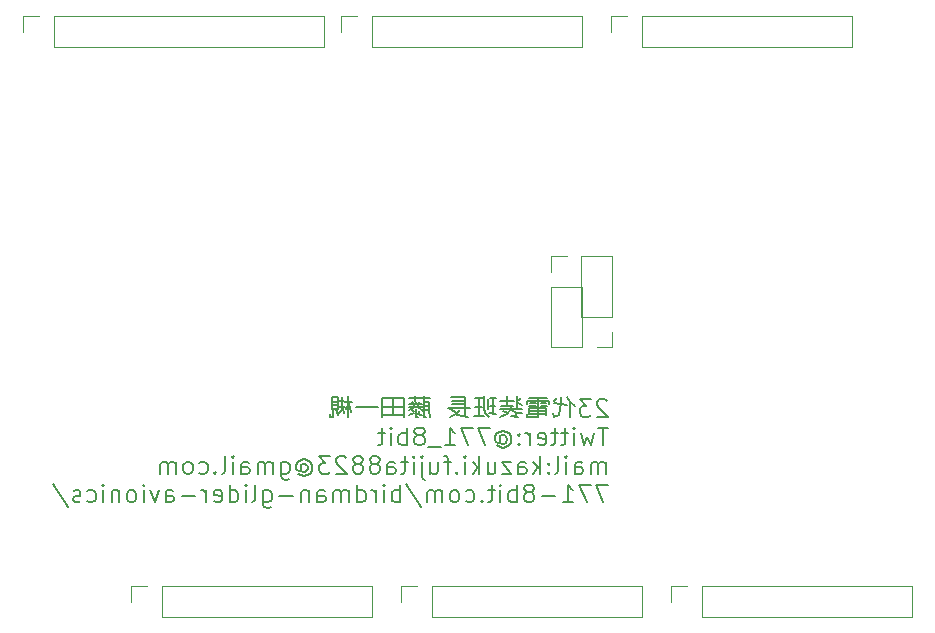
<source format=gbr>
%TF.GenerationSoftware,KiCad,Pcbnew,(6.0.7)*%
%TF.CreationDate,2023-03-01T01:07:27+09:00*%
%TF.ProjectId,PCB_Main,5043425f-4d61-4696-9e2e-6b696361645f,rev?*%
%TF.SameCoordinates,Original*%
%TF.FileFunction,Legend,Bot*%
%TF.FilePolarity,Positive*%
%FSLAX46Y46*%
G04 Gerber Fmt 4.6, Leading zero omitted, Abs format (unit mm)*
G04 Created by KiCad (PCBNEW (6.0.7)) date 2023-03-01 01:07:27*
%MOMM*%
%LPD*%
G01*
G04 APERTURE LIST*
%ADD10C,0.200000*%
%ADD11C,0.120000*%
G04 APERTURE END LIST*
D10*
X166894285Y-80458928D02*
X166822857Y-80387500D01*
X166680000Y-80316071D01*
X166322857Y-80316071D01*
X166180000Y-80387500D01*
X166108571Y-80458928D01*
X166037142Y-80601785D01*
X166037142Y-80744642D01*
X166108571Y-80958928D01*
X166965714Y-81816071D01*
X166037142Y-81816071D01*
X165537142Y-80316071D02*
X164608571Y-80316071D01*
X165108571Y-80887500D01*
X164894285Y-80887500D01*
X164751428Y-80958928D01*
X164680000Y-81030357D01*
X164608571Y-81173214D01*
X164608571Y-81530357D01*
X164680000Y-81673214D01*
X164751428Y-81744642D01*
X164894285Y-81816071D01*
X165322857Y-81816071D01*
X165465714Y-81744642D01*
X165537142Y-81673214D01*
X163751428Y-80530357D02*
X163751428Y-81816071D01*
X162680000Y-80244642D02*
X162465714Y-80458928D01*
X163537142Y-80173214D02*
X163751428Y-80601785D01*
X164180000Y-80887500D01*
X163537142Y-80816071D02*
X162465714Y-80673214D01*
X163037142Y-80173214D02*
X163037142Y-80673214D01*
X162822857Y-81673214D01*
X162465714Y-81816071D01*
X162322857Y-81530357D01*
X161822857Y-80244642D02*
X160322857Y-80244642D01*
X161751428Y-80673214D02*
X161322857Y-80673214D01*
X160894285Y-80673214D02*
X160394285Y-80673214D01*
X161822857Y-80887500D02*
X161322857Y-80887500D01*
X160894285Y-80887500D02*
X160322857Y-80887500D01*
X161751428Y-81316071D02*
X160322857Y-81316071D01*
X161751428Y-81601785D02*
X160322857Y-81601785D01*
X161037142Y-81816071D02*
X160180000Y-81816071D01*
X161965714Y-80458928D02*
X161965714Y-80744642D01*
X161751428Y-81101785D02*
X161751428Y-81673214D01*
X161108571Y-80244642D02*
X161108571Y-80958928D01*
X161037142Y-81101785D02*
X161037142Y-81816071D01*
X161751428Y-81101785D02*
X160322857Y-81101785D01*
X160322857Y-81601785D01*
X161965714Y-80458928D02*
X160180000Y-80458928D01*
X160180000Y-80744642D01*
X160108571Y-81601785D02*
X160180000Y-81816071D01*
X159037142Y-80458928D02*
X157894285Y-80458928D01*
X158965714Y-80887500D02*
X157965714Y-80887500D01*
X159751428Y-81173214D02*
X157894285Y-81173214D01*
X159180000Y-81387500D02*
X159180000Y-81744642D01*
X159251428Y-80101785D02*
X159251428Y-80958928D01*
X158465714Y-80101785D02*
X158465714Y-80887500D01*
X159608571Y-80244642D02*
X159465714Y-80387500D01*
X158822857Y-81173214D02*
X158465714Y-81601785D01*
X157894285Y-81816071D01*
X158108571Y-81316071D02*
X158537142Y-81530357D01*
X159394285Y-80673214D02*
X159751428Y-80816071D01*
X158822857Y-80958928D02*
X158822857Y-81244642D01*
X159322857Y-81458928D01*
X159751428Y-81530357D01*
X158751428Y-81744642D02*
X159394285Y-81816071D01*
X156394285Y-80244642D02*
X155751428Y-80244642D01*
X157537142Y-80244642D02*
X156965714Y-80244642D01*
X157465714Y-80887500D02*
X156965714Y-80887500D01*
X156322857Y-80958928D02*
X155751428Y-80958928D01*
X156537142Y-81744642D02*
X155680000Y-81744642D01*
X157251428Y-80244642D02*
X157251428Y-81530357D01*
X156822857Y-80316071D02*
X156822857Y-81173214D01*
X156037142Y-80244642D02*
X156037142Y-81744642D01*
X156608571Y-81530357D02*
X156894285Y-81816071D01*
X156894285Y-81458928D02*
X157537142Y-81601785D01*
X156465714Y-80101785D02*
X156465714Y-81101785D01*
X156608571Y-81530357D01*
X154894285Y-80173214D02*
X153680000Y-80173214D01*
X154894285Y-80458928D02*
X153751428Y-80458928D01*
X154894285Y-80744642D02*
X153751428Y-80744642D01*
X155322857Y-81101785D02*
X153465714Y-81101785D01*
X154894285Y-80173214D02*
X154894285Y-81744642D01*
X154465714Y-81244642D02*
X154108571Y-81601785D01*
X153608571Y-81816071D01*
X153608571Y-81173214D02*
X154180000Y-81458928D01*
X154251428Y-81673214D02*
X155180000Y-81816071D01*
X151965714Y-80244642D02*
X150108571Y-80244642D01*
X151251428Y-80744642D02*
X150180000Y-80744642D01*
X151822857Y-80887500D02*
X151394285Y-80887500D01*
X151322857Y-81030357D02*
X150108571Y-81030357D01*
X151822857Y-81244642D02*
X151394285Y-81244642D01*
X151394285Y-80101785D02*
X151394285Y-80458928D01*
X150680000Y-80101785D02*
X150680000Y-80458928D01*
X151108571Y-81316071D02*
X150965714Y-81387500D01*
X150537142Y-80958928D02*
X150180000Y-81244642D01*
X150894285Y-80958928D02*
X151322857Y-81316071D01*
X150394285Y-80530357D02*
X150465714Y-80673214D01*
X150394285Y-81244642D02*
X150537142Y-81387500D01*
X151108571Y-80530357D02*
X151037142Y-80673214D01*
X150608571Y-80744642D02*
X150465714Y-81101785D01*
X150608571Y-81530357D02*
X150180000Y-81673214D01*
X150751428Y-80530357D02*
X151037142Y-81101785D01*
X150822857Y-81601785D02*
X151251428Y-81673214D01*
X151822857Y-80530357D02*
X151394285Y-80530357D01*
X151394285Y-81816071D01*
X151608571Y-81816071D01*
X150751428Y-81173214D02*
X150751428Y-81816071D01*
X150894285Y-81816071D01*
X151822857Y-80530357D02*
X151822857Y-81316071D01*
X151894285Y-81816071D01*
X149751428Y-80958928D02*
X147894285Y-80958928D01*
X149751428Y-81673214D02*
X147894285Y-81673214D01*
X149751428Y-80244642D02*
X149751428Y-81816071D01*
X148822857Y-80244642D02*
X148822857Y-81673214D01*
X149751428Y-80244642D02*
X147894285Y-80244642D01*
X147894285Y-81816071D01*
X147537142Y-80958928D02*
X145680000Y-80958928D01*
X144680000Y-80458928D02*
X144251428Y-80458928D01*
X144108571Y-80530357D02*
X143608571Y-80530357D01*
X145322857Y-80530357D02*
X144751428Y-80530357D01*
X144108571Y-80816071D02*
X143608571Y-80816071D01*
X144751428Y-80958928D02*
X144251428Y-80958928D01*
X143751428Y-81816071D02*
X143465714Y-81816071D01*
X144965714Y-80101785D02*
X144965714Y-81816071D01*
X144108571Y-80173214D02*
X144108571Y-81173214D01*
X143680000Y-81173214D01*
X143751428Y-81816071D01*
X144108571Y-80173214D02*
X143608571Y-80173214D01*
X143608571Y-81173214D01*
X143465714Y-81601785D02*
X143465714Y-81816071D01*
X145037142Y-80673214D02*
X144822857Y-81173214D01*
X144465714Y-80173214D02*
X144465714Y-81173214D01*
X144394285Y-81316071D01*
X144251428Y-81530357D01*
X144965714Y-80458928D02*
X145251428Y-81387500D01*
X143965714Y-81173214D02*
X144108571Y-81673214D01*
X144465714Y-80816071D02*
X144608571Y-81530357D01*
X167037142Y-82731071D02*
X166180000Y-82731071D01*
X166608571Y-84231071D02*
X166608571Y-82731071D01*
X165822857Y-83231071D02*
X165537142Y-84231071D01*
X165251428Y-83516785D01*
X164965714Y-84231071D01*
X164680000Y-83231071D01*
X164108571Y-84231071D02*
X164108571Y-83231071D01*
X164108571Y-82731071D02*
X164180000Y-82802500D01*
X164108571Y-82873928D01*
X164037142Y-82802500D01*
X164108571Y-82731071D01*
X164108571Y-82873928D01*
X163608571Y-83231071D02*
X163037142Y-83231071D01*
X163394285Y-82731071D02*
X163394285Y-84016785D01*
X163322857Y-84159642D01*
X163180000Y-84231071D01*
X163037142Y-84231071D01*
X162751428Y-83231071D02*
X162180000Y-83231071D01*
X162537142Y-82731071D02*
X162537142Y-84016785D01*
X162465714Y-84159642D01*
X162322857Y-84231071D01*
X162180000Y-84231071D01*
X161108571Y-84159642D02*
X161251428Y-84231071D01*
X161537142Y-84231071D01*
X161680000Y-84159642D01*
X161751428Y-84016785D01*
X161751428Y-83445357D01*
X161680000Y-83302500D01*
X161537142Y-83231071D01*
X161251428Y-83231071D01*
X161108571Y-83302500D01*
X161037142Y-83445357D01*
X161037142Y-83588214D01*
X161751428Y-83731071D01*
X160394285Y-84231071D02*
X160394285Y-83231071D01*
X160394285Y-83516785D02*
X160322857Y-83373928D01*
X160251428Y-83302500D01*
X160108571Y-83231071D01*
X159965714Y-83231071D01*
X159465714Y-84088214D02*
X159394285Y-84159642D01*
X159465714Y-84231071D01*
X159537142Y-84159642D01*
X159465714Y-84088214D01*
X159465714Y-84231071D01*
X159465714Y-83302500D02*
X159394285Y-83373928D01*
X159465714Y-83445357D01*
X159537142Y-83373928D01*
X159465714Y-83302500D01*
X159465714Y-83445357D01*
X157822857Y-83516785D02*
X157894285Y-83445357D01*
X158037142Y-83373928D01*
X158180000Y-83373928D01*
X158322857Y-83445357D01*
X158394285Y-83516785D01*
X158465714Y-83659642D01*
X158465714Y-83802500D01*
X158394285Y-83945357D01*
X158322857Y-84016785D01*
X158180000Y-84088214D01*
X158037142Y-84088214D01*
X157894285Y-84016785D01*
X157822857Y-83945357D01*
X157822857Y-83373928D02*
X157822857Y-83945357D01*
X157751428Y-84016785D01*
X157680000Y-84016785D01*
X157537142Y-83945357D01*
X157465714Y-83802500D01*
X157465714Y-83445357D01*
X157608571Y-83231071D01*
X157822857Y-83088214D01*
X158108571Y-83016785D01*
X158394285Y-83088214D01*
X158608571Y-83231071D01*
X158751428Y-83445357D01*
X158822857Y-83731071D01*
X158751428Y-84016785D01*
X158608571Y-84231071D01*
X158394285Y-84373928D01*
X158108571Y-84445357D01*
X157822857Y-84373928D01*
X157608571Y-84231071D01*
X156965714Y-82731071D02*
X155965714Y-82731071D01*
X156608571Y-84231071D01*
X155537142Y-82731071D02*
X154537142Y-82731071D01*
X155180000Y-84231071D01*
X153180000Y-84231071D02*
X154037142Y-84231071D01*
X153608571Y-84231071D02*
X153608571Y-82731071D01*
X153751428Y-82945357D01*
X153894285Y-83088214D01*
X154037142Y-83159642D01*
X152894285Y-84373928D02*
X151751428Y-84373928D01*
X151180000Y-83373928D02*
X151322857Y-83302500D01*
X151394285Y-83231071D01*
X151465714Y-83088214D01*
X151465714Y-83016785D01*
X151394285Y-82873928D01*
X151322857Y-82802500D01*
X151180000Y-82731071D01*
X150894285Y-82731071D01*
X150751428Y-82802500D01*
X150680000Y-82873928D01*
X150608571Y-83016785D01*
X150608571Y-83088214D01*
X150680000Y-83231071D01*
X150751428Y-83302500D01*
X150894285Y-83373928D01*
X151180000Y-83373928D01*
X151322857Y-83445357D01*
X151394285Y-83516785D01*
X151465714Y-83659642D01*
X151465714Y-83945357D01*
X151394285Y-84088214D01*
X151322857Y-84159642D01*
X151180000Y-84231071D01*
X150894285Y-84231071D01*
X150751428Y-84159642D01*
X150680000Y-84088214D01*
X150608571Y-83945357D01*
X150608571Y-83659642D01*
X150680000Y-83516785D01*
X150751428Y-83445357D01*
X150894285Y-83373928D01*
X149965714Y-84231071D02*
X149965714Y-82731071D01*
X149965714Y-83302500D02*
X149822857Y-83231071D01*
X149537142Y-83231071D01*
X149394285Y-83302500D01*
X149322857Y-83373928D01*
X149251428Y-83516785D01*
X149251428Y-83945357D01*
X149322857Y-84088214D01*
X149394285Y-84159642D01*
X149537142Y-84231071D01*
X149822857Y-84231071D01*
X149965714Y-84159642D01*
X148608571Y-84231071D02*
X148608571Y-83231071D01*
X148608571Y-82731071D02*
X148680000Y-82802500D01*
X148608571Y-82873928D01*
X148537142Y-82802500D01*
X148608571Y-82731071D01*
X148608571Y-82873928D01*
X148108571Y-83231071D02*
X147537142Y-83231071D01*
X147894285Y-82731071D02*
X147894285Y-84016785D01*
X147822857Y-84159642D01*
X147680000Y-84231071D01*
X147537142Y-84231071D01*
X166822857Y-86646071D02*
X166822857Y-85646071D01*
X166822857Y-85788928D02*
X166751428Y-85717500D01*
X166608571Y-85646071D01*
X166394285Y-85646071D01*
X166251428Y-85717500D01*
X166180000Y-85860357D01*
X166180000Y-86646071D01*
X166180000Y-85860357D02*
X166108571Y-85717500D01*
X165965714Y-85646071D01*
X165751428Y-85646071D01*
X165608571Y-85717500D01*
X165537142Y-85860357D01*
X165537142Y-86646071D01*
X164180000Y-86646071D02*
X164180000Y-85860357D01*
X164251428Y-85717500D01*
X164394285Y-85646071D01*
X164680000Y-85646071D01*
X164822857Y-85717500D01*
X164180000Y-86574642D02*
X164322857Y-86646071D01*
X164680000Y-86646071D01*
X164822857Y-86574642D01*
X164894285Y-86431785D01*
X164894285Y-86288928D01*
X164822857Y-86146071D01*
X164680000Y-86074642D01*
X164322857Y-86074642D01*
X164180000Y-86003214D01*
X163465714Y-86646071D02*
X163465714Y-85646071D01*
X163465714Y-85146071D02*
X163537142Y-85217500D01*
X163465714Y-85288928D01*
X163394285Y-85217500D01*
X163465714Y-85146071D01*
X163465714Y-85288928D01*
X162537142Y-86646071D02*
X162680000Y-86574642D01*
X162751428Y-86431785D01*
X162751428Y-85146071D01*
X161965714Y-86503214D02*
X161894285Y-86574642D01*
X161965714Y-86646071D01*
X162037142Y-86574642D01*
X161965714Y-86503214D01*
X161965714Y-86646071D01*
X161965714Y-85717500D02*
X161894285Y-85788928D01*
X161965714Y-85860357D01*
X162037142Y-85788928D01*
X161965714Y-85717500D01*
X161965714Y-85860357D01*
X161251428Y-86646071D02*
X161251428Y-85146071D01*
X161108571Y-86074642D02*
X160680000Y-86646071D01*
X160680000Y-85646071D02*
X161251428Y-86217500D01*
X159394285Y-86646071D02*
X159394285Y-85860357D01*
X159465714Y-85717500D01*
X159608571Y-85646071D01*
X159894285Y-85646071D01*
X160037142Y-85717500D01*
X159394285Y-86574642D02*
X159537142Y-86646071D01*
X159894285Y-86646071D01*
X160037142Y-86574642D01*
X160108571Y-86431785D01*
X160108571Y-86288928D01*
X160037142Y-86146071D01*
X159894285Y-86074642D01*
X159537142Y-86074642D01*
X159394285Y-86003214D01*
X158822857Y-85646071D02*
X158037142Y-85646071D01*
X158822857Y-86646071D01*
X158037142Y-86646071D01*
X156822857Y-85646071D02*
X156822857Y-86646071D01*
X157465714Y-85646071D02*
X157465714Y-86431785D01*
X157394285Y-86574642D01*
X157251428Y-86646071D01*
X157037142Y-86646071D01*
X156894285Y-86574642D01*
X156822857Y-86503214D01*
X156108571Y-86646071D02*
X156108571Y-85146071D01*
X155965714Y-86074642D02*
X155537142Y-86646071D01*
X155537142Y-85646071D02*
X156108571Y-86217500D01*
X154894285Y-86646071D02*
X154894285Y-85646071D01*
X154894285Y-85146071D02*
X154965714Y-85217500D01*
X154894285Y-85288928D01*
X154822857Y-85217500D01*
X154894285Y-85146071D01*
X154894285Y-85288928D01*
X154180000Y-86503214D02*
X154108571Y-86574642D01*
X154180000Y-86646071D01*
X154251428Y-86574642D01*
X154180000Y-86503214D01*
X154180000Y-86646071D01*
X153680000Y-85646071D02*
X153108571Y-85646071D01*
X153465714Y-86646071D02*
X153465714Y-85360357D01*
X153394285Y-85217500D01*
X153251428Y-85146071D01*
X153108571Y-85146071D01*
X151965714Y-85646071D02*
X151965714Y-86646071D01*
X152608571Y-85646071D02*
X152608571Y-86431785D01*
X152537142Y-86574642D01*
X152394285Y-86646071D01*
X152180000Y-86646071D01*
X152037142Y-86574642D01*
X151965714Y-86503214D01*
X151251428Y-85646071D02*
X151251428Y-86931785D01*
X151322857Y-87074642D01*
X151465714Y-87146071D01*
X151537142Y-87146071D01*
X151251428Y-85146071D02*
X151322857Y-85217500D01*
X151251428Y-85288928D01*
X151180000Y-85217500D01*
X151251428Y-85146071D01*
X151251428Y-85288928D01*
X150537142Y-86646071D02*
X150537142Y-85646071D01*
X150537142Y-85146071D02*
X150608571Y-85217500D01*
X150537142Y-85288928D01*
X150465714Y-85217500D01*
X150537142Y-85146071D01*
X150537142Y-85288928D01*
X150037142Y-85646071D02*
X149465714Y-85646071D01*
X149822857Y-85146071D02*
X149822857Y-86431785D01*
X149751428Y-86574642D01*
X149608571Y-86646071D01*
X149465714Y-86646071D01*
X148322857Y-86646071D02*
X148322857Y-85860357D01*
X148394285Y-85717500D01*
X148537142Y-85646071D01*
X148822857Y-85646071D01*
X148965714Y-85717500D01*
X148322857Y-86574642D02*
X148465714Y-86646071D01*
X148822857Y-86646071D01*
X148965714Y-86574642D01*
X149037142Y-86431785D01*
X149037142Y-86288928D01*
X148965714Y-86146071D01*
X148822857Y-86074642D01*
X148465714Y-86074642D01*
X148322857Y-86003214D01*
X147394285Y-85788928D02*
X147537142Y-85717500D01*
X147608571Y-85646071D01*
X147680000Y-85503214D01*
X147680000Y-85431785D01*
X147608571Y-85288928D01*
X147537142Y-85217500D01*
X147394285Y-85146071D01*
X147108571Y-85146071D01*
X146965714Y-85217500D01*
X146894285Y-85288928D01*
X146822857Y-85431785D01*
X146822857Y-85503214D01*
X146894285Y-85646071D01*
X146965714Y-85717500D01*
X147108571Y-85788928D01*
X147394285Y-85788928D01*
X147537142Y-85860357D01*
X147608571Y-85931785D01*
X147680000Y-86074642D01*
X147680000Y-86360357D01*
X147608571Y-86503214D01*
X147537142Y-86574642D01*
X147394285Y-86646071D01*
X147108571Y-86646071D01*
X146965714Y-86574642D01*
X146894285Y-86503214D01*
X146822857Y-86360357D01*
X146822857Y-86074642D01*
X146894285Y-85931785D01*
X146965714Y-85860357D01*
X147108571Y-85788928D01*
X145965714Y-85788928D02*
X146108571Y-85717500D01*
X146180000Y-85646071D01*
X146251428Y-85503214D01*
X146251428Y-85431785D01*
X146180000Y-85288928D01*
X146108571Y-85217500D01*
X145965714Y-85146071D01*
X145680000Y-85146071D01*
X145537142Y-85217500D01*
X145465714Y-85288928D01*
X145394285Y-85431785D01*
X145394285Y-85503214D01*
X145465714Y-85646071D01*
X145537142Y-85717500D01*
X145680000Y-85788928D01*
X145965714Y-85788928D01*
X146108571Y-85860357D01*
X146180000Y-85931785D01*
X146251428Y-86074642D01*
X146251428Y-86360357D01*
X146180000Y-86503214D01*
X146108571Y-86574642D01*
X145965714Y-86646071D01*
X145680000Y-86646071D01*
X145537142Y-86574642D01*
X145465714Y-86503214D01*
X145394285Y-86360357D01*
X145394285Y-86074642D01*
X145465714Y-85931785D01*
X145537142Y-85860357D01*
X145680000Y-85788928D01*
X144822857Y-85288928D02*
X144751428Y-85217500D01*
X144608571Y-85146071D01*
X144251428Y-85146071D01*
X144108571Y-85217500D01*
X144037142Y-85288928D01*
X143965714Y-85431785D01*
X143965714Y-85574642D01*
X144037142Y-85788928D01*
X144894285Y-86646071D01*
X143965714Y-86646071D01*
X143465714Y-85146071D02*
X142537142Y-85146071D01*
X143037142Y-85717500D01*
X142822857Y-85717500D01*
X142680000Y-85788928D01*
X142608571Y-85860357D01*
X142537142Y-86003214D01*
X142537142Y-86360357D01*
X142608571Y-86503214D01*
X142680000Y-86574642D01*
X142822857Y-86646071D01*
X143251428Y-86646071D01*
X143394285Y-86574642D01*
X143465714Y-86503214D01*
X140965714Y-85931785D02*
X141037142Y-85860357D01*
X141180000Y-85788928D01*
X141322857Y-85788928D01*
X141465714Y-85860357D01*
X141537142Y-85931785D01*
X141608571Y-86074642D01*
X141608571Y-86217500D01*
X141537142Y-86360357D01*
X141465714Y-86431785D01*
X141322857Y-86503214D01*
X141180000Y-86503214D01*
X141037142Y-86431785D01*
X140965714Y-86360357D01*
X140965714Y-85788928D02*
X140965714Y-86360357D01*
X140894285Y-86431785D01*
X140822857Y-86431785D01*
X140680000Y-86360357D01*
X140608571Y-86217500D01*
X140608571Y-85860357D01*
X140751428Y-85646071D01*
X140965714Y-85503214D01*
X141251428Y-85431785D01*
X141537142Y-85503214D01*
X141751428Y-85646071D01*
X141894285Y-85860357D01*
X141965714Y-86146071D01*
X141894285Y-86431785D01*
X141751428Y-86646071D01*
X141537142Y-86788928D01*
X141251428Y-86860357D01*
X140965714Y-86788928D01*
X140751428Y-86646071D01*
X139322857Y-85646071D02*
X139322857Y-86860357D01*
X139394285Y-87003214D01*
X139465714Y-87074642D01*
X139608571Y-87146071D01*
X139822857Y-87146071D01*
X139965714Y-87074642D01*
X139322857Y-86574642D02*
X139465714Y-86646071D01*
X139751428Y-86646071D01*
X139894285Y-86574642D01*
X139965714Y-86503214D01*
X140037142Y-86360357D01*
X140037142Y-85931785D01*
X139965714Y-85788928D01*
X139894285Y-85717500D01*
X139751428Y-85646071D01*
X139465714Y-85646071D01*
X139322857Y-85717500D01*
X138608571Y-86646071D02*
X138608571Y-85646071D01*
X138608571Y-85788928D02*
X138537142Y-85717500D01*
X138394285Y-85646071D01*
X138180000Y-85646071D01*
X138037142Y-85717500D01*
X137965714Y-85860357D01*
X137965714Y-86646071D01*
X137965714Y-85860357D02*
X137894285Y-85717500D01*
X137751428Y-85646071D01*
X137537142Y-85646071D01*
X137394285Y-85717500D01*
X137322857Y-85860357D01*
X137322857Y-86646071D01*
X135965714Y-86646071D02*
X135965714Y-85860357D01*
X136037142Y-85717500D01*
X136180000Y-85646071D01*
X136465714Y-85646071D01*
X136608571Y-85717500D01*
X135965714Y-86574642D02*
X136108571Y-86646071D01*
X136465714Y-86646071D01*
X136608571Y-86574642D01*
X136680000Y-86431785D01*
X136680000Y-86288928D01*
X136608571Y-86146071D01*
X136465714Y-86074642D01*
X136108571Y-86074642D01*
X135965714Y-86003214D01*
X135251428Y-86646071D02*
X135251428Y-85646071D01*
X135251428Y-85146071D02*
X135322857Y-85217500D01*
X135251428Y-85288928D01*
X135180000Y-85217500D01*
X135251428Y-85146071D01*
X135251428Y-85288928D01*
X134322857Y-86646071D02*
X134465714Y-86574642D01*
X134537142Y-86431785D01*
X134537142Y-85146071D01*
X133751428Y-86503214D02*
X133680000Y-86574642D01*
X133751428Y-86646071D01*
X133822857Y-86574642D01*
X133751428Y-86503214D01*
X133751428Y-86646071D01*
X132394285Y-86574642D02*
X132537142Y-86646071D01*
X132822857Y-86646071D01*
X132965714Y-86574642D01*
X133037142Y-86503214D01*
X133108571Y-86360357D01*
X133108571Y-85931785D01*
X133037142Y-85788928D01*
X132965714Y-85717500D01*
X132822857Y-85646071D01*
X132537142Y-85646071D01*
X132394285Y-85717500D01*
X131537142Y-86646071D02*
X131680000Y-86574642D01*
X131751428Y-86503214D01*
X131822857Y-86360357D01*
X131822857Y-85931785D01*
X131751428Y-85788928D01*
X131680000Y-85717500D01*
X131537142Y-85646071D01*
X131322857Y-85646071D01*
X131180000Y-85717500D01*
X131108571Y-85788928D01*
X131037142Y-85931785D01*
X131037142Y-86360357D01*
X131108571Y-86503214D01*
X131180000Y-86574642D01*
X131322857Y-86646071D01*
X131537142Y-86646071D01*
X130394285Y-86646071D02*
X130394285Y-85646071D01*
X130394285Y-85788928D02*
X130322857Y-85717500D01*
X130180000Y-85646071D01*
X129965714Y-85646071D01*
X129822857Y-85717500D01*
X129751428Y-85860357D01*
X129751428Y-86646071D01*
X129751428Y-85860357D02*
X129680000Y-85717500D01*
X129537142Y-85646071D01*
X129322857Y-85646071D01*
X129180000Y-85717500D01*
X129108571Y-85860357D01*
X129108571Y-86646071D01*
X166965714Y-87561071D02*
X165965714Y-87561071D01*
X166608571Y-89061071D01*
X165537142Y-87561071D02*
X164537142Y-87561071D01*
X165180000Y-89061071D01*
X163180000Y-89061071D02*
X164037142Y-89061071D01*
X163608571Y-89061071D02*
X163608571Y-87561071D01*
X163751428Y-87775357D01*
X163894285Y-87918214D01*
X164037142Y-87989642D01*
X162537142Y-88489642D02*
X161394285Y-88489642D01*
X160465714Y-88203928D02*
X160608571Y-88132500D01*
X160680000Y-88061071D01*
X160751428Y-87918214D01*
X160751428Y-87846785D01*
X160680000Y-87703928D01*
X160608571Y-87632500D01*
X160465714Y-87561071D01*
X160180000Y-87561071D01*
X160037142Y-87632500D01*
X159965714Y-87703928D01*
X159894285Y-87846785D01*
X159894285Y-87918214D01*
X159965714Y-88061071D01*
X160037142Y-88132500D01*
X160180000Y-88203928D01*
X160465714Y-88203928D01*
X160608571Y-88275357D01*
X160680000Y-88346785D01*
X160751428Y-88489642D01*
X160751428Y-88775357D01*
X160680000Y-88918214D01*
X160608571Y-88989642D01*
X160465714Y-89061071D01*
X160180000Y-89061071D01*
X160037142Y-88989642D01*
X159965714Y-88918214D01*
X159894285Y-88775357D01*
X159894285Y-88489642D01*
X159965714Y-88346785D01*
X160037142Y-88275357D01*
X160180000Y-88203928D01*
X159251428Y-89061071D02*
X159251428Y-87561071D01*
X159251428Y-88132500D02*
X159108571Y-88061071D01*
X158822857Y-88061071D01*
X158680000Y-88132500D01*
X158608571Y-88203928D01*
X158537142Y-88346785D01*
X158537142Y-88775357D01*
X158608571Y-88918214D01*
X158680000Y-88989642D01*
X158822857Y-89061071D01*
X159108571Y-89061071D01*
X159251428Y-88989642D01*
X157894285Y-89061071D02*
X157894285Y-88061071D01*
X157894285Y-87561071D02*
X157965714Y-87632500D01*
X157894285Y-87703928D01*
X157822857Y-87632500D01*
X157894285Y-87561071D01*
X157894285Y-87703928D01*
X157394285Y-88061071D02*
X156822857Y-88061071D01*
X157180000Y-87561071D02*
X157180000Y-88846785D01*
X157108571Y-88989642D01*
X156965714Y-89061071D01*
X156822857Y-89061071D01*
X156322857Y-88918214D02*
X156251428Y-88989642D01*
X156322857Y-89061071D01*
X156394285Y-88989642D01*
X156322857Y-88918214D01*
X156322857Y-89061071D01*
X154965714Y-88989642D02*
X155108571Y-89061071D01*
X155394285Y-89061071D01*
X155537142Y-88989642D01*
X155608571Y-88918214D01*
X155680000Y-88775357D01*
X155680000Y-88346785D01*
X155608571Y-88203928D01*
X155537142Y-88132500D01*
X155394285Y-88061071D01*
X155108571Y-88061071D01*
X154965714Y-88132500D01*
X154108571Y-89061071D02*
X154251428Y-88989642D01*
X154322857Y-88918214D01*
X154394285Y-88775357D01*
X154394285Y-88346785D01*
X154322857Y-88203928D01*
X154251428Y-88132500D01*
X154108571Y-88061071D01*
X153894285Y-88061071D01*
X153751428Y-88132500D01*
X153680000Y-88203928D01*
X153608571Y-88346785D01*
X153608571Y-88775357D01*
X153680000Y-88918214D01*
X153751428Y-88989642D01*
X153894285Y-89061071D01*
X154108571Y-89061071D01*
X152965714Y-89061071D02*
X152965714Y-88061071D01*
X152965714Y-88203928D02*
X152894285Y-88132500D01*
X152751428Y-88061071D01*
X152537142Y-88061071D01*
X152394285Y-88132500D01*
X152322857Y-88275357D01*
X152322857Y-89061071D01*
X152322857Y-88275357D02*
X152251428Y-88132500D01*
X152108571Y-88061071D01*
X151894285Y-88061071D01*
X151751428Y-88132500D01*
X151680000Y-88275357D01*
X151680000Y-89061071D01*
X149894285Y-87489642D02*
X151180000Y-89418214D01*
X149394285Y-89061071D02*
X149394285Y-87561071D01*
X149394285Y-88132500D02*
X149251428Y-88061071D01*
X148965714Y-88061071D01*
X148822857Y-88132500D01*
X148751428Y-88203928D01*
X148680000Y-88346785D01*
X148680000Y-88775357D01*
X148751428Y-88918214D01*
X148822857Y-88989642D01*
X148965714Y-89061071D01*
X149251428Y-89061071D01*
X149394285Y-88989642D01*
X148037142Y-89061071D02*
X148037142Y-88061071D01*
X148037142Y-87561071D02*
X148108571Y-87632500D01*
X148037142Y-87703928D01*
X147965714Y-87632500D01*
X148037142Y-87561071D01*
X148037142Y-87703928D01*
X147322857Y-89061071D02*
X147322857Y-88061071D01*
X147322857Y-88346785D02*
X147251428Y-88203928D01*
X147180000Y-88132500D01*
X147037142Y-88061071D01*
X146894285Y-88061071D01*
X145751428Y-89061071D02*
X145751428Y-87561071D01*
X145751428Y-88989642D02*
X145894285Y-89061071D01*
X146180000Y-89061071D01*
X146322857Y-88989642D01*
X146394285Y-88918214D01*
X146465714Y-88775357D01*
X146465714Y-88346785D01*
X146394285Y-88203928D01*
X146322857Y-88132500D01*
X146180000Y-88061071D01*
X145894285Y-88061071D01*
X145751428Y-88132500D01*
X145037142Y-89061071D02*
X145037142Y-88061071D01*
X145037142Y-88203928D02*
X144965714Y-88132500D01*
X144822857Y-88061071D01*
X144608571Y-88061071D01*
X144465714Y-88132500D01*
X144394285Y-88275357D01*
X144394285Y-89061071D01*
X144394285Y-88275357D02*
X144322857Y-88132500D01*
X144180000Y-88061071D01*
X143965714Y-88061071D01*
X143822857Y-88132500D01*
X143751428Y-88275357D01*
X143751428Y-89061071D01*
X142394285Y-89061071D02*
X142394285Y-88275357D01*
X142465714Y-88132500D01*
X142608571Y-88061071D01*
X142894285Y-88061071D01*
X143037142Y-88132500D01*
X142394285Y-88989642D02*
X142537142Y-89061071D01*
X142894285Y-89061071D01*
X143037142Y-88989642D01*
X143108571Y-88846785D01*
X143108571Y-88703928D01*
X143037142Y-88561071D01*
X142894285Y-88489642D01*
X142537142Y-88489642D01*
X142394285Y-88418214D01*
X141680000Y-88061071D02*
X141680000Y-89061071D01*
X141680000Y-88203928D02*
X141608571Y-88132500D01*
X141465714Y-88061071D01*
X141251428Y-88061071D01*
X141108571Y-88132500D01*
X141037142Y-88275357D01*
X141037142Y-89061071D01*
X140322857Y-88489642D02*
X139180000Y-88489642D01*
X137822857Y-88061071D02*
X137822857Y-89275357D01*
X137894285Y-89418214D01*
X137965714Y-89489642D01*
X138108571Y-89561071D01*
X138322857Y-89561071D01*
X138465714Y-89489642D01*
X137822857Y-88989642D02*
X137965714Y-89061071D01*
X138251428Y-89061071D01*
X138394285Y-88989642D01*
X138465714Y-88918214D01*
X138537142Y-88775357D01*
X138537142Y-88346785D01*
X138465714Y-88203928D01*
X138394285Y-88132500D01*
X138251428Y-88061071D01*
X137965714Y-88061071D01*
X137822857Y-88132500D01*
X136894285Y-89061071D02*
X137037142Y-88989642D01*
X137108571Y-88846785D01*
X137108571Y-87561071D01*
X136322857Y-89061071D02*
X136322857Y-88061071D01*
X136322857Y-87561071D02*
X136394285Y-87632500D01*
X136322857Y-87703928D01*
X136251428Y-87632500D01*
X136322857Y-87561071D01*
X136322857Y-87703928D01*
X134965714Y-89061071D02*
X134965714Y-87561071D01*
X134965714Y-88989642D02*
X135108571Y-89061071D01*
X135394285Y-89061071D01*
X135537142Y-88989642D01*
X135608571Y-88918214D01*
X135680000Y-88775357D01*
X135680000Y-88346785D01*
X135608571Y-88203928D01*
X135537142Y-88132500D01*
X135394285Y-88061071D01*
X135108571Y-88061071D01*
X134965714Y-88132500D01*
X133680000Y-88989642D02*
X133822857Y-89061071D01*
X134108571Y-89061071D01*
X134251428Y-88989642D01*
X134322857Y-88846785D01*
X134322857Y-88275357D01*
X134251428Y-88132500D01*
X134108571Y-88061071D01*
X133822857Y-88061071D01*
X133680000Y-88132500D01*
X133608571Y-88275357D01*
X133608571Y-88418214D01*
X134322857Y-88561071D01*
X132965714Y-89061071D02*
X132965714Y-88061071D01*
X132965714Y-88346785D02*
X132894285Y-88203928D01*
X132822857Y-88132500D01*
X132680000Y-88061071D01*
X132537142Y-88061071D01*
X132037142Y-88489642D02*
X130894285Y-88489642D01*
X129537142Y-89061071D02*
X129537142Y-88275357D01*
X129608571Y-88132500D01*
X129751428Y-88061071D01*
X130037142Y-88061071D01*
X130180000Y-88132500D01*
X129537142Y-88989642D02*
X129680000Y-89061071D01*
X130037142Y-89061071D01*
X130180000Y-88989642D01*
X130251428Y-88846785D01*
X130251428Y-88703928D01*
X130180000Y-88561071D01*
X130037142Y-88489642D01*
X129680000Y-88489642D01*
X129537142Y-88418214D01*
X128965714Y-88061071D02*
X128608571Y-89061071D01*
X128251428Y-88061071D01*
X127680000Y-89061071D02*
X127680000Y-88061071D01*
X127680000Y-87561071D02*
X127751428Y-87632500D01*
X127680000Y-87703928D01*
X127608571Y-87632500D01*
X127680000Y-87561071D01*
X127680000Y-87703928D01*
X126751428Y-89061071D02*
X126894285Y-88989642D01*
X126965714Y-88918214D01*
X127037142Y-88775357D01*
X127037142Y-88346785D01*
X126965714Y-88203928D01*
X126894285Y-88132500D01*
X126751428Y-88061071D01*
X126537142Y-88061071D01*
X126394285Y-88132500D01*
X126322857Y-88203928D01*
X126251428Y-88346785D01*
X126251428Y-88775357D01*
X126322857Y-88918214D01*
X126394285Y-88989642D01*
X126537142Y-89061071D01*
X126751428Y-89061071D01*
X125608571Y-88061071D02*
X125608571Y-89061071D01*
X125608571Y-88203928D02*
X125537142Y-88132500D01*
X125394285Y-88061071D01*
X125180000Y-88061071D01*
X125037142Y-88132500D01*
X124965714Y-88275357D01*
X124965714Y-89061071D01*
X124251428Y-89061071D02*
X124251428Y-88061071D01*
X124251428Y-87561071D02*
X124322857Y-87632500D01*
X124251428Y-87703928D01*
X124180000Y-87632500D01*
X124251428Y-87561071D01*
X124251428Y-87703928D01*
X122894285Y-88989642D02*
X123037142Y-89061071D01*
X123322857Y-89061071D01*
X123465714Y-88989642D01*
X123537142Y-88918214D01*
X123608571Y-88775357D01*
X123608571Y-88346785D01*
X123537142Y-88203928D01*
X123465714Y-88132500D01*
X123322857Y-88061071D01*
X123037142Y-88061071D01*
X122894285Y-88132500D01*
X122322857Y-88989642D02*
X122180000Y-89061071D01*
X121894285Y-89061071D01*
X121751428Y-88989642D01*
X121680000Y-88846785D01*
X121680000Y-88775357D01*
X121751428Y-88632500D01*
X121894285Y-88561071D01*
X122108571Y-88561071D01*
X122251428Y-88489642D01*
X122322857Y-88346785D01*
X122322857Y-88275357D01*
X122251428Y-88132500D01*
X122108571Y-88061071D01*
X121894285Y-88061071D01*
X121751428Y-88132500D01*
X119965714Y-87489642D02*
X121251428Y-89418214D01*
D11*
%TO.C,J1*%
X147050000Y-96130000D02*
X147050000Y-98790000D01*
X126610000Y-96130000D02*
X126610000Y-97460000D01*
X129210000Y-96130000D02*
X129210000Y-98790000D01*
X129210000Y-98790000D02*
X147050000Y-98790000D01*
X129210000Y-96130000D02*
X147050000Y-96130000D01*
X127940000Y-96130000D02*
X126610000Y-96130000D01*
%TO.C,J3*%
X150800000Y-96130000D02*
X149470000Y-96130000D01*
X152070000Y-96130000D02*
X152070000Y-98790000D01*
X149470000Y-96130000D02*
X149470000Y-97460000D01*
X152070000Y-98790000D02*
X169910000Y-98790000D01*
X169910000Y-96130000D02*
X169910000Y-98790000D01*
X152070000Y-96130000D02*
X169910000Y-96130000D01*
%TO.C,J5*%
X172330000Y-96130000D02*
X172330000Y-97460000D01*
X174930000Y-96130000D02*
X192770000Y-96130000D01*
X174930000Y-98790000D02*
X192770000Y-98790000D01*
X192770000Y-96130000D02*
X192770000Y-98790000D01*
X173660000Y-96130000D02*
X172330000Y-96130000D01*
X174930000Y-96130000D02*
X174930000Y-98790000D01*
%TO.C,J2*%
X120066000Y-47870000D02*
X120066000Y-50530000D01*
X120066000Y-47870000D02*
X142986000Y-47870000D01*
X120066000Y-50530000D02*
X142986000Y-50530000D01*
X117466000Y-47870000D02*
X117466000Y-49200000D01*
X142986000Y-47870000D02*
X142986000Y-50530000D01*
X118796000Y-47870000D02*
X117466000Y-47870000D01*
%TO.C,J4*%
X145720000Y-47870000D02*
X144390000Y-47870000D01*
X144390000Y-47870000D02*
X144390000Y-49200000D01*
X146990000Y-47870000D02*
X146990000Y-50530000D01*
X164830000Y-47870000D02*
X164830000Y-50530000D01*
X146990000Y-50530000D02*
X164830000Y-50530000D01*
X146990000Y-47870000D02*
X164830000Y-47870000D01*
%TO.C,J6*%
X168580000Y-47870000D02*
X167250000Y-47870000D01*
X169850000Y-47870000D02*
X187690000Y-47870000D01*
X187690000Y-47870000D02*
X187690000Y-50530000D01*
X169850000Y-47870000D02*
X169850000Y-50530000D01*
X169850000Y-50530000D02*
X187690000Y-50530000D01*
X167250000Y-47870000D02*
X167250000Y-49200000D01*
%TO.C,J7*%
X162170000Y-68190000D02*
X162170000Y-69520000D01*
X164830000Y-70790000D02*
X164830000Y-75930000D01*
X162170000Y-70790000D02*
X162170000Y-75930000D01*
X163500000Y-68190000D02*
X162170000Y-68190000D01*
X164830000Y-75930000D02*
X162170000Y-75930000D01*
X164830000Y-70790000D02*
X162170000Y-70790000D01*
%TO.C,J8*%
X164710000Y-73330000D02*
X167370000Y-73330000D01*
X164710000Y-68190000D02*
X167370000Y-68190000D01*
X166040000Y-75930000D02*
X167370000Y-75930000D01*
X167370000Y-73330000D02*
X167370000Y-68190000D01*
X164710000Y-73330000D02*
X164710000Y-68190000D01*
X167370000Y-75930000D02*
X167370000Y-74600000D01*
%TD*%
M02*

</source>
